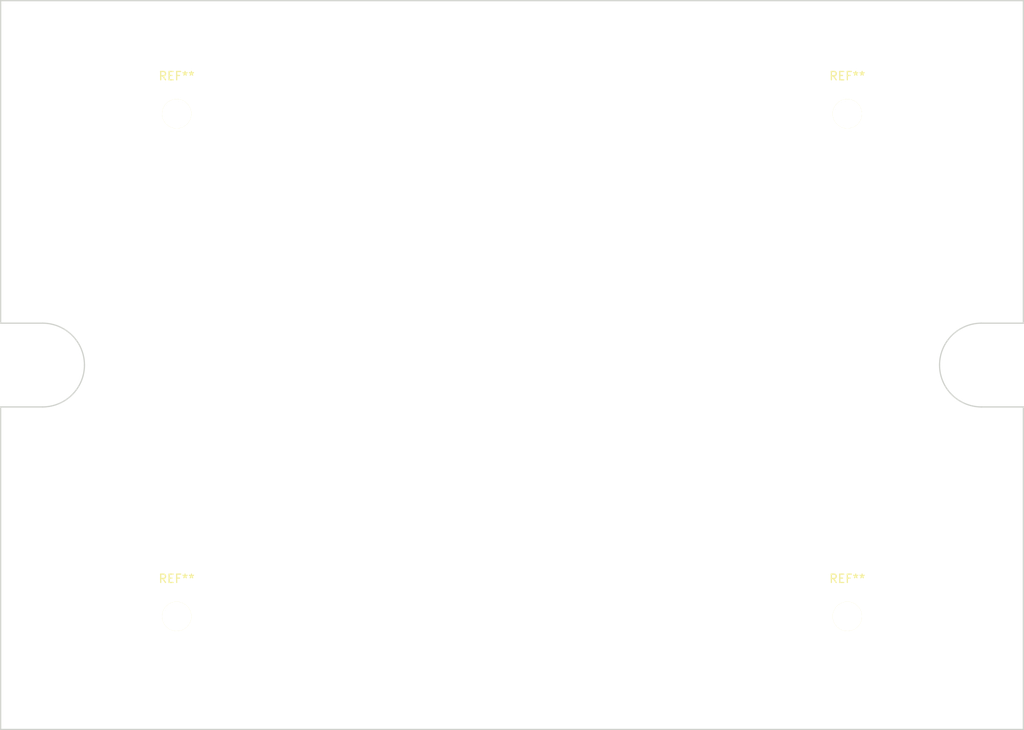
<source format=kicad_pcb>
(kicad_pcb (version 4) (host pcbnew 4.0.4-stable)

  (general
    (links 0)
    (no_connects 0)
    (area 12.924999 12.924999 135.075001 100.075001)
    (thickness 1.6)
    (drawings 27)
    (tracks 0)
    (zones 0)
    (modules 4)
    (nets 1)
  )

  (page A4)
  (layers
    (0 F.Cu signal)
    (31 B.Cu signal)
    (32 B.Adhes user)
    (33 F.Adhes user)
    (34 B.Paste user)
    (35 F.Paste user)
    (36 B.SilkS user)
    (37 F.SilkS user)
    (38 B.Mask user)
    (39 F.Mask user)
    (40 Dwgs.User user)
    (41 Cmts.User user)
    (42 Eco1.User user hide)
    (43 Eco2.User user hide)
    (44 Edge.Cuts user)
    (45 Margin user)
    (46 B.CrtYd user)
    (47 F.CrtYd user)
    (48 B.Fab user)
    (49 F.Fab user)
  )

  (setup
    (last_trace_width 0.25)
    (trace_clearance 0.2)
    (zone_clearance 0.508)
    (zone_45_only no)
    (trace_min 0.2)
    (segment_width 0.2)
    (edge_width 0.15)
    (via_size 0.6)
    (via_drill 0.4)
    (via_min_size 0.4)
    (via_min_drill 0.3)
    (uvia_size 0.3)
    (uvia_drill 0.1)
    (uvias_allowed no)
    (uvia_min_size 0.2)
    (uvia_min_drill 0.1)
    (pcb_text_width 0.3)
    (pcb_text_size 1.5 1.5)
    (mod_edge_width 0.15)
    (mod_text_size 1 1)
    (mod_text_width 0.15)
    (pad_size 1.524 1.524)
    (pad_drill 0.762)
    (pad_to_mask_clearance 0.2)
    (aux_axis_origin 0 0)
    (visible_elements FFFFFF7F)
    (pcbplotparams
      (layerselection 0x00030_80000001)
      (usegerberextensions false)
      (excludeedgelayer true)
      (linewidth 0.100000)
      (plotframeref false)
      (viasonmask false)
      (mode 1)
      (useauxorigin false)
      (hpglpennumber 1)
      (hpglpenspeed 20)
      (hpglpendiameter 15)
      (hpglpenoverlay 2)
      (psnegative false)
      (psa4output false)
      (plotreference true)
      (plotvalue true)
      (plotinvisibletext false)
      (padsonsilk false)
      (subtractmaskfromsilk false)
      (outputformat 1)
      (mirror false)
      (drillshape 1)
      (scaleselection 1)
      (outputdirectory ""))
  )

  (net 0 "")

  (net_class Default "To jest domyślna klasa połączeń."
    (clearance 0.2)
    (trace_width 0.25)
    (via_dia 0.6)
    (via_drill 0.4)
    (uvia_dia 0.3)
    (uvia_drill 0.1)
  )

  (module Mounting_Holes:MountingHole_3.5mm (layer F.Cu) (tedit 56D1B4CB) (tstamp 57E4D664)
    (at 34 26.5)
    (descr "Mounting Hole 3.5mm, no annular")
    (tags "mounting hole 3.5mm no annular")
    (fp_text reference REF** (at 0 -4.5) (layer F.SilkS)
      (effects (font (size 1 1) (thickness 0.15)))
    )
    (fp_text value MountingHole_3.5mm (at 0 4.5) (layer F.Fab)
      (effects (font (size 1 1) (thickness 0.15)))
    )
    (fp_circle (center 0 0) (end 3.5 0) (layer Cmts.User) (width 0.15))
    (fp_circle (center 0 0) (end 3.75 0) (layer F.CrtYd) (width 0.05))
    (pad 1 np_thru_hole circle (at 0 0) (size 3.5 3.5) (drill 3.5) (layers *.Cu *.Mask F.SilkS))
  )

  (module Mounting_Holes:MountingHole_3.5mm (layer F.Cu) (tedit 56D1B4CB) (tstamp 57E4D67A)
    (at 114 26.5)
    (descr "Mounting Hole 3.5mm, no annular")
    (tags "mounting hole 3.5mm no annular")
    (fp_text reference REF** (at 0 -4.5) (layer F.SilkS)
      (effects (font (size 1 1) (thickness 0.15)))
    )
    (fp_text value MountingHole_3.5mm (at 0 4.5) (layer F.Fab)
      (effects (font (size 1 1) (thickness 0.15)))
    )
    (fp_circle (center 0 0) (end 3.5 0) (layer Cmts.User) (width 0.15))
    (fp_circle (center 0 0) (end 3.75 0) (layer F.CrtYd) (width 0.05))
    (pad 1 np_thru_hole circle (at 0 0) (size 3.5 3.5) (drill 3.5) (layers *.Cu *.Mask F.SilkS))
  )

  (module Mounting_Holes:MountingHole_3.5mm (layer F.Cu) (tedit 56D1B4CB) (tstamp 57E4D682)
    (at 114 86.5)
    (descr "Mounting Hole 3.5mm, no annular")
    (tags "mounting hole 3.5mm no annular")
    (fp_text reference REF** (at 0 -4.5) (layer F.SilkS)
      (effects (font (size 1 1) (thickness 0.15)))
    )
    (fp_text value MountingHole_3.5mm (at 0 4.5) (layer F.Fab)
      (effects (font (size 1 1) (thickness 0.15)))
    )
    (fp_circle (center 0 0) (end 3.5 0) (layer Cmts.User) (width 0.15))
    (fp_circle (center 0 0) (end 3.75 0) (layer F.CrtYd) (width 0.05))
    (pad 1 np_thru_hole circle (at 0 0) (size 3.5 3.5) (drill 3.5) (layers *.Cu *.Mask F.SilkS))
  )

  (module Mounting_Holes:MountingHole_3.5mm (layer F.Cu) (tedit 56D1B4CB) (tstamp 57E4D689)
    (at 34 86.5)
    (descr "Mounting Hole 3.5mm, no annular")
    (tags "mounting hole 3.5mm no annular")
    (fp_text reference REF** (at 0 -4.5) (layer F.SilkS)
      (effects (font (size 1 1) (thickness 0.15)))
    )
    (fp_text value MountingHole_3.5mm (at 0 4.5) (layer F.Fab)
      (effects (font (size 1 1) (thickness 0.15)))
    )
    (fp_circle (center 0 0) (end 3.5 0) (layer Cmts.User) (width 0.15))
    (fp_circle (center 0 0) (end 3.75 0) (layer F.CrtYd) (width 0.05))
    (pad 1 np_thru_hole circle (at 0 0) (size 3.5 3.5) (drill 3.5) (layers *.Cu *.Mask F.SilkS))
  )

  (dimension 102 (width 0.3) (layer Eco2.User)
    (gr_text "102,000 mm" (at 74 122.35) (layer Eco2.User)
      (effects (font (size 1.5 1.5) (thickness 0.3)))
    )
    (feature1 (pts (xy 125 56.5) (xy 125 123.7)))
    (feature2 (pts (xy 23 56.5) (xy 23 123.7)))
    (crossbar (pts (xy 23 121) (xy 125 121)))
    (arrow1a (pts (xy 125 121) (xy 123.873496 121.586421)))
    (arrow1b (pts (xy 125 121) (xy 123.873496 120.413579)))
    (arrow2a (pts (xy 23 121) (xy 24.126504 121.586421)))
    (arrow2b (pts (xy 23 121) (xy 24.126504 120.413579)))
  )
  (gr_line (start 135 51.5) (end 135 13) (angle 90) (layer Edge.Cuts) (width 0.15))
  (gr_line (start 135 61.5) (end 135 100) (angle 90) (layer Edge.Cuts) (width 0.15))
  (gr_line (start 130 51.5) (end 135 51.5) (angle 90) (layer Edge.Cuts) (width 0.15))
  (gr_line (start 130 61.5) (end 135 61.5) (angle 90) (layer Edge.Cuts) (width 0.15))
  (gr_line (start 13 61.5) (end 13 100) (angle 90) (layer Edge.Cuts) (width 0.15))
  (gr_line (start 13 51.5) (end 13 13) (angle 90) (layer Edge.Cuts) (width 0.15))
  (gr_line (start 18 61.5) (end 13 61.5) (angle 90) (layer Edge.Cuts) (width 0.15))
  (gr_line (start 18 51.5) (end 13 51.5) (angle 90) (layer Edge.Cuts) (width 0.15))
  (gr_arc (start 18 56.5) (end 18 51.5) (angle 90) (layer Edge.Cuts) (width 0.15))
  (gr_arc (start 18 56.5) (end 23 56.5) (angle 90) (layer Edge.Cuts) (width 0.15))
  (gr_arc (start 130 56.5) (end 125 56.5) (angle 90) (layer Edge.Cuts) (width 0.15))
  (gr_arc (start 130 56.5) (end 130 61.5) (angle 90) (layer Edge.Cuts) (width 0.15))
  (dimension 60 (width 0.3) (layer Eco2.User)
    (gr_text "60,000 mm" (at 144.85 56.5 90) (layer Eco2.User)
      (effects (font (size 1.5 1.5) (thickness 0.3)))
    )
    (feature1 (pts (xy 114 26.5) (xy 146.2 26.5)))
    (feature2 (pts (xy 114 86.5) (xy 146.2 86.5)))
    (crossbar (pts (xy 143.5 86.5) (xy 143.5 26.5)))
    (arrow1a (pts (xy 143.5 26.5) (xy 144.086421 27.626504)))
    (arrow1b (pts (xy 143.5 26.5) (xy 142.913579 27.626504)))
    (arrow2a (pts (xy 143.5 86.5) (xy 144.086421 85.373496)))
    (arrow2b (pts (xy 143.5 86.5) (xy 142.913579 85.373496)))
  )
  (dimension 80 (width 0.3) (layer Eco2.User)
    (gr_text "80,000 mm" (at 74 109.35) (layer Eco2.User)
      (effects (font (size 1.5 1.5) (thickness 0.3)))
    )
    (feature1 (pts (xy 34 86.5) (xy 34 110.7)))
    (feature2 (pts (xy 114 86.5) (xy 114 110.7)))
    (crossbar (pts (xy 114 108) (xy 34 108)))
    (arrow1a (pts (xy 34 108) (xy 35.126504 107.413579)))
    (arrow1b (pts (xy 34 108) (xy 35.126504 108.586421)))
    (arrow2a (pts (xy 114 108) (xy 112.873496 107.413579)))
    (arrow2b (pts (xy 114 108) (xy 112.873496 108.586421)))
  )
  (dimension 122 (width 0.3) (layer Eco1.User)
    (gr_text "122,000 mm" (at 74 115.85) (layer Eco1.User)
      (effects (font (size 1.5 1.5) (thickness 0.3)))
    )
    (feature1 (pts (xy 135 100) (xy 135 117.2)))
    (feature2 (pts (xy 13 100) (xy 13 117.2)))
    (crossbar (pts (xy 13 114.5) (xy 135 114.5)))
    (arrow1a (pts (xy 135 114.5) (xy 133.873496 115.086421)))
    (arrow1b (pts (xy 135 114.5) (xy 133.873496 113.913579)))
    (arrow2a (pts (xy 13 114.5) (xy 14.126504 115.086421)))
    (arrow2b (pts (xy 13 114.5) (xy 14.126504 113.913579)))
  )
  (dimension 87 (width 0.3) (layer Eco1.User)
    (gr_text "87,000 mm" (at 155.35 56.5 270) (layer Eco1.User)
      (effects (font (size 1.5 1.5) (thickness 0.3)))
    )
    (feature1 (pts (xy 135 100) (xy 156.7 100)))
    (feature2 (pts (xy 135 13) (xy 156.7 13)))
    (crossbar (pts (xy 154 13) (xy 154 100)))
    (arrow1a (pts (xy 154 100) (xy 153.413579 98.873496)))
    (arrow1b (pts (xy 154 100) (xy 154.586421 98.873496)))
    (arrow2a (pts (xy 154 13) (xy 153.413579 14.126504)))
    (arrow2b (pts (xy 154 13) (xy 154.586421 14.126504)))
  )
  (gr_line (start 111 56.5) (end 114 56.5) (angle 90) (layer Eco1.User) (width 0.2))
  (gr_line (start 74 27.5) (end 74 26.5) (angle 90) (layer Eco1.User) (width 0.2))
  (gr_line (start 114 86.5) (end 114 26.5) (angle 90) (layer Eco1.User) (width 0.2))
  (gr_line (start 34 86.5) (end 34 26.5) (angle 90) (layer Eco1.User) (width 0.2))
  (gr_line (start 114 86.5) (end 34 86.5) (angle 90) (layer Eco1.User) (width 0.2))
  (gr_line (start 34 26.5) (end 114 26.5) (angle 90) (layer Eco1.User) (width 0.2))
  (gr_line (start 125 56.5) (end 23 56.5) (angle 90) (layer Eco1.User) (width 0.2))
  (gr_line (start 74 13) (end 74 100) (angle 90) (layer Eco1.User) (width 0.2))
  (gr_line (start 135 100) (end 13 100) (angle 90) (layer Edge.Cuts) (width 0.15))
  (gr_line (start 13 13) (end 135 13) (angle 90) (layer Edge.Cuts) (width 0.15))

)

</source>
